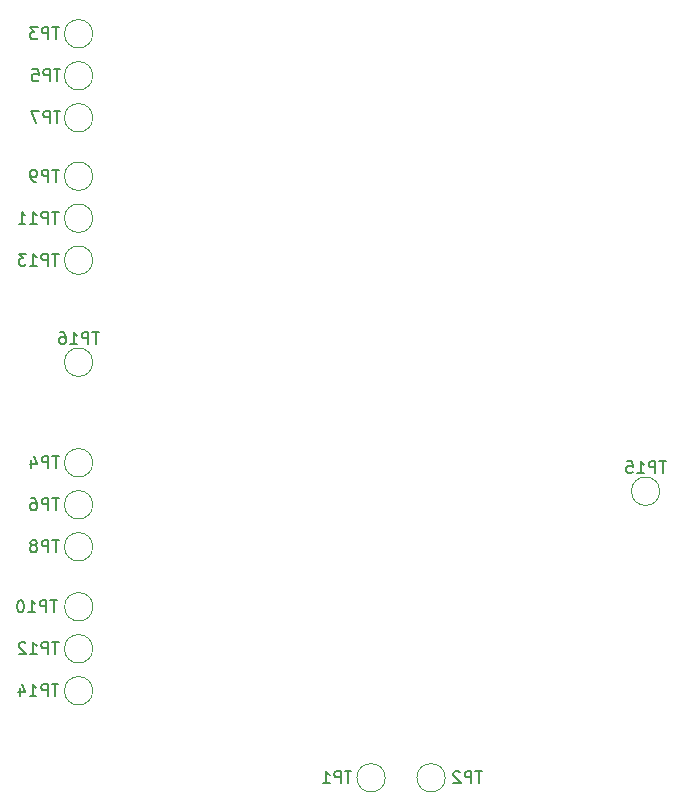
<source format=gbo>
G04 #@! TF.GenerationSoftware,KiCad,Pcbnew,6.0.10-86aedd382b~118~ubuntu18.04.1*
G04 #@! TF.CreationDate,2024-12-06T10:37:32-07:00*
G04 #@! TF.ProjectId,mss-cascade-adv,6d73732d-6361-4736-9361-64652d616476,rev?*
G04 #@! TF.SameCoordinates,Original*
G04 #@! TF.FileFunction,Legend,Bot*
G04 #@! TF.FilePolarity,Positive*
%FSLAX46Y46*%
G04 Gerber Fmt 4.6, Leading zero omitted, Abs format (unit mm)*
G04 Created by KiCad (PCBNEW 6.0.10-86aedd382b~118~ubuntu18.04.1) date 2024-12-06 10:37:32*
%MOMM*%
%LPD*%
G01*
G04 APERTURE LIST*
%ADD10C,0.150000*%
%ADD11C,0.120000*%
G04 APERTURE END LIST*
D10*
X29283095Y-180935380D02*
X28711666Y-180935380D01*
X28997380Y-181935380D02*
X28997380Y-180935380D01*
X28378333Y-181935380D02*
X28378333Y-180935380D01*
X27997380Y-180935380D01*
X27902142Y-180983000D01*
X27854523Y-181030619D01*
X27806904Y-181125857D01*
X27806904Y-181268714D01*
X27854523Y-181363952D01*
X27902142Y-181411571D01*
X27997380Y-181459190D01*
X28378333Y-181459190D01*
X26854523Y-181935380D02*
X27425952Y-181935380D01*
X27140238Y-181935380D02*
X27140238Y-180935380D01*
X27235476Y-181078238D01*
X27330714Y-181173476D01*
X27425952Y-181221095D01*
X25997380Y-181268714D02*
X25997380Y-181935380D01*
X26235476Y-180887761D02*
X26473571Y-181602047D01*
X25854523Y-181602047D01*
X29328904Y-161631380D02*
X28757476Y-161631380D01*
X29043190Y-162631380D02*
X29043190Y-161631380D01*
X28424142Y-162631380D02*
X28424142Y-161631380D01*
X28043190Y-161631380D01*
X27947952Y-161679000D01*
X27900333Y-161726619D01*
X27852714Y-161821857D01*
X27852714Y-161964714D01*
X27900333Y-162059952D01*
X27947952Y-162107571D01*
X28043190Y-162155190D01*
X28424142Y-162155190D01*
X26995571Y-161964714D02*
X26995571Y-162631380D01*
X27233666Y-161583761D02*
X27471761Y-162298047D01*
X26852714Y-162298047D01*
X29297095Y-140930380D02*
X28725666Y-140930380D01*
X29011380Y-141930380D02*
X29011380Y-140930380D01*
X28392333Y-141930380D02*
X28392333Y-140930380D01*
X28011380Y-140930380D01*
X27916142Y-140978000D01*
X27868523Y-141025619D01*
X27820904Y-141120857D01*
X27820904Y-141263714D01*
X27868523Y-141358952D01*
X27916142Y-141406571D01*
X28011380Y-141454190D01*
X28392333Y-141454190D01*
X26868523Y-141930380D02*
X27439952Y-141930380D01*
X27154238Y-141930380D02*
X27154238Y-140930380D01*
X27249476Y-141073238D01*
X27344714Y-141168476D01*
X27439952Y-141216095D01*
X25916142Y-141930380D02*
X26487571Y-141930380D01*
X26201857Y-141930380D02*
X26201857Y-140930380D01*
X26297095Y-141073238D01*
X26392333Y-141168476D01*
X26487571Y-141216095D01*
X29170095Y-173823380D02*
X28598666Y-173823380D01*
X28884380Y-174823380D02*
X28884380Y-173823380D01*
X28265333Y-174823380D02*
X28265333Y-173823380D01*
X27884380Y-173823380D01*
X27789142Y-173871000D01*
X27741523Y-173918619D01*
X27693904Y-174013857D01*
X27693904Y-174156714D01*
X27741523Y-174251952D01*
X27789142Y-174299571D01*
X27884380Y-174347190D01*
X28265333Y-174347190D01*
X26741523Y-174823380D02*
X27312952Y-174823380D01*
X27027238Y-174823380D02*
X27027238Y-173823380D01*
X27122476Y-173966238D01*
X27217714Y-174061476D01*
X27312952Y-174109095D01*
X26122476Y-173823380D02*
X26027238Y-173823380D01*
X25932000Y-173871000D01*
X25884380Y-173918619D01*
X25836761Y-174013857D01*
X25789142Y-174204333D01*
X25789142Y-174442428D01*
X25836761Y-174632904D01*
X25884380Y-174728142D01*
X25932000Y-174775761D01*
X26027238Y-174823380D01*
X26122476Y-174823380D01*
X26217714Y-174775761D01*
X26265333Y-174728142D01*
X26312952Y-174632904D01*
X26360571Y-174442428D01*
X26360571Y-174204333D01*
X26312952Y-174013857D01*
X26265333Y-173918619D01*
X26217714Y-173871000D01*
X26122476Y-173823380D01*
X65142904Y-188301380D02*
X64571476Y-188301380D01*
X64857190Y-189301380D02*
X64857190Y-188301380D01*
X64238142Y-189301380D02*
X64238142Y-188301380D01*
X63857190Y-188301380D01*
X63761952Y-188349000D01*
X63714333Y-188396619D01*
X63666714Y-188491857D01*
X63666714Y-188634714D01*
X63714333Y-188729952D01*
X63761952Y-188777571D01*
X63857190Y-188825190D01*
X64238142Y-188825190D01*
X63285761Y-188396619D02*
X63238142Y-188349000D01*
X63142904Y-188301380D01*
X62904809Y-188301380D01*
X62809571Y-188349000D01*
X62761952Y-188396619D01*
X62714333Y-188491857D01*
X62714333Y-188587095D01*
X62761952Y-188729952D01*
X63333380Y-189301380D01*
X62714333Y-189301380D01*
X29328904Y-125309380D02*
X28757476Y-125309380D01*
X29043190Y-126309380D02*
X29043190Y-125309380D01*
X28424142Y-126309380D02*
X28424142Y-125309380D01*
X28043190Y-125309380D01*
X27947952Y-125357000D01*
X27900333Y-125404619D01*
X27852714Y-125499857D01*
X27852714Y-125642714D01*
X27900333Y-125737952D01*
X27947952Y-125785571D01*
X28043190Y-125833190D01*
X28424142Y-125833190D01*
X27519380Y-125309380D02*
X26900333Y-125309380D01*
X27233666Y-125690333D01*
X27090809Y-125690333D01*
X26995571Y-125737952D01*
X26947952Y-125785571D01*
X26900333Y-125880809D01*
X26900333Y-126118904D01*
X26947952Y-126214142D01*
X26995571Y-126261761D01*
X27090809Y-126309380D01*
X27376523Y-126309380D01*
X27471761Y-126261761D01*
X27519380Y-126214142D01*
X32726095Y-151124380D02*
X32154666Y-151124380D01*
X32440380Y-152124380D02*
X32440380Y-151124380D01*
X31821333Y-152124380D02*
X31821333Y-151124380D01*
X31440380Y-151124380D01*
X31345142Y-151172000D01*
X31297523Y-151219619D01*
X31249904Y-151314857D01*
X31249904Y-151457714D01*
X31297523Y-151552952D01*
X31345142Y-151600571D01*
X31440380Y-151648190D01*
X31821333Y-151648190D01*
X30297523Y-152124380D02*
X30868952Y-152124380D01*
X30583238Y-152124380D02*
X30583238Y-151124380D01*
X30678476Y-151267238D01*
X30773714Y-151362476D01*
X30868952Y-151410095D01*
X29440380Y-151124380D02*
X29630857Y-151124380D01*
X29726095Y-151172000D01*
X29773714Y-151219619D01*
X29868952Y-151362476D01*
X29916571Y-151552952D01*
X29916571Y-151933904D01*
X29868952Y-152029142D01*
X29821333Y-152076761D01*
X29726095Y-152124380D01*
X29535619Y-152124380D01*
X29440380Y-152076761D01*
X29392761Y-152029142D01*
X29345142Y-151933904D01*
X29345142Y-151695809D01*
X29392761Y-151600571D01*
X29440380Y-151552952D01*
X29535619Y-151505333D01*
X29726095Y-151505333D01*
X29821333Y-151552952D01*
X29868952Y-151600571D01*
X29916571Y-151695809D01*
X29328904Y-165187380D02*
X28757476Y-165187380D01*
X29043190Y-166187380D02*
X29043190Y-165187380D01*
X28424142Y-166187380D02*
X28424142Y-165187380D01*
X28043190Y-165187380D01*
X27947952Y-165235000D01*
X27900333Y-165282619D01*
X27852714Y-165377857D01*
X27852714Y-165520714D01*
X27900333Y-165615952D01*
X27947952Y-165663571D01*
X28043190Y-165711190D01*
X28424142Y-165711190D01*
X26995571Y-165187380D02*
X27186047Y-165187380D01*
X27281285Y-165235000D01*
X27328904Y-165282619D01*
X27424142Y-165425476D01*
X27471761Y-165615952D01*
X27471761Y-165996904D01*
X27424142Y-166092142D01*
X27376523Y-166139761D01*
X27281285Y-166187380D01*
X27090809Y-166187380D01*
X26995571Y-166139761D01*
X26947952Y-166092142D01*
X26900333Y-165996904D01*
X26900333Y-165758809D01*
X26947952Y-165663571D01*
X26995571Y-165615952D01*
X27090809Y-165568333D01*
X27281285Y-165568333D01*
X27376523Y-165615952D01*
X27424142Y-165663571D01*
X27471761Y-165758809D01*
X80732095Y-162046380D02*
X80160666Y-162046380D01*
X80446380Y-163046380D02*
X80446380Y-162046380D01*
X79827333Y-163046380D02*
X79827333Y-162046380D01*
X79446380Y-162046380D01*
X79351142Y-162094000D01*
X79303523Y-162141619D01*
X79255904Y-162236857D01*
X79255904Y-162379714D01*
X79303523Y-162474952D01*
X79351142Y-162522571D01*
X79446380Y-162570190D01*
X79827333Y-162570190D01*
X78303523Y-163046380D02*
X78874952Y-163046380D01*
X78589238Y-163046380D02*
X78589238Y-162046380D01*
X78684476Y-162189238D01*
X78779714Y-162284476D01*
X78874952Y-162332095D01*
X77398761Y-162046380D02*
X77874952Y-162046380D01*
X77922571Y-162522571D01*
X77874952Y-162474952D01*
X77779714Y-162427333D01*
X77541619Y-162427333D01*
X77446380Y-162474952D01*
X77398761Y-162522571D01*
X77351142Y-162617809D01*
X77351142Y-162855904D01*
X77398761Y-162951142D01*
X77446380Y-162998761D01*
X77541619Y-163046380D01*
X77779714Y-163046380D01*
X77874952Y-162998761D01*
X77922571Y-162951142D01*
X29297095Y-144486380D02*
X28725666Y-144486380D01*
X29011380Y-145486380D02*
X29011380Y-144486380D01*
X28392333Y-145486380D02*
X28392333Y-144486380D01*
X28011380Y-144486380D01*
X27916142Y-144534000D01*
X27868523Y-144581619D01*
X27820904Y-144676857D01*
X27820904Y-144819714D01*
X27868523Y-144914952D01*
X27916142Y-144962571D01*
X28011380Y-145010190D01*
X28392333Y-145010190D01*
X26868523Y-145486380D02*
X27439952Y-145486380D01*
X27154238Y-145486380D02*
X27154238Y-144486380D01*
X27249476Y-144629238D01*
X27344714Y-144724476D01*
X27439952Y-144772095D01*
X26535190Y-144486380D02*
X25916142Y-144486380D01*
X26249476Y-144867333D01*
X26106619Y-144867333D01*
X26011380Y-144914952D01*
X25963761Y-144962571D01*
X25916142Y-145057809D01*
X25916142Y-145295904D01*
X25963761Y-145391142D01*
X26011380Y-145438761D01*
X26106619Y-145486380D01*
X26392333Y-145486380D01*
X26487571Y-145438761D01*
X26535190Y-145391142D01*
X29297095Y-177379380D02*
X28725666Y-177379380D01*
X29011380Y-178379380D02*
X29011380Y-177379380D01*
X28392333Y-178379380D02*
X28392333Y-177379380D01*
X28011380Y-177379380D01*
X27916142Y-177427000D01*
X27868523Y-177474619D01*
X27820904Y-177569857D01*
X27820904Y-177712714D01*
X27868523Y-177807952D01*
X27916142Y-177855571D01*
X28011380Y-177903190D01*
X28392333Y-177903190D01*
X26868523Y-178379380D02*
X27439952Y-178379380D01*
X27154238Y-178379380D02*
X27154238Y-177379380D01*
X27249476Y-177522238D01*
X27344714Y-177617476D01*
X27439952Y-177665095D01*
X26487571Y-177474619D02*
X26439952Y-177427000D01*
X26344714Y-177379380D01*
X26106619Y-177379380D01*
X26011380Y-177427000D01*
X25963761Y-177474619D01*
X25916142Y-177569857D01*
X25916142Y-177665095D01*
X25963761Y-177807952D01*
X26535190Y-178379380D01*
X25916142Y-178379380D01*
X29328904Y-168743380D02*
X28757476Y-168743380D01*
X29043190Y-169743380D02*
X29043190Y-168743380D01*
X28424142Y-169743380D02*
X28424142Y-168743380D01*
X28043190Y-168743380D01*
X27947952Y-168791000D01*
X27900333Y-168838619D01*
X27852714Y-168933857D01*
X27852714Y-169076714D01*
X27900333Y-169171952D01*
X27947952Y-169219571D01*
X28043190Y-169267190D01*
X28424142Y-169267190D01*
X27281285Y-169171952D02*
X27376523Y-169124333D01*
X27424142Y-169076714D01*
X27471761Y-168981476D01*
X27471761Y-168933857D01*
X27424142Y-168838619D01*
X27376523Y-168791000D01*
X27281285Y-168743380D01*
X27090809Y-168743380D01*
X26995571Y-168791000D01*
X26947952Y-168838619D01*
X26900333Y-168933857D01*
X26900333Y-168981476D01*
X26947952Y-169076714D01*
X26995571Y-169124333D01*
X27090809Y-169171952D01*
X27281285Y-169171952D01*
X27376523Y-169219571D01*
X27424142Y-169267190D01*
X27471761Y-169362428D01*
X27471761Y-169552904D01*
X27424142Y-169648142D01*
X27376523Y-169695761D01*
X27281285Y-169743380D01*
X27090809Y-169743380D01*
X26995571Y-169695761D01*
X26947952Y-169648142D01*
X26900333Y-169552904D01*
X26900333Y-169362428D01*
X26947952Y-169267190D01*
X26995571Y-169219571D01*
X27090809Y-169171952D01*
X29455904Y-132421380D02*
X28884476Y-132421380D01*
X29170190Y-133421380D02*
X29170190Y-132421380D01*
X28551142Y-133421380D02*
X28551142Y-132421380D01*
X28170190Y-132421380D01*
X28074952Y-132469000D01*
X28027333Y-132516619D01*
X27979714Y-132611857D01*
X27979714Y-132754714D01*
X28027333Y-132849952D01*
X28074952Y-132897571D01*
X28170190Y-132945190D01*
X28551142Y-132945190D01*
X27646380Y-132421380D02*
X26979714Y-132421380D01*
X27408285Y-133421380D01*
X29328904Y-137374380D02*
X28757476Y-137374380D01*
X29043190Y-138374380D02*
X29043190Y-137374380D01*
X28424142Y-138374380D02*
X28424142Y-137374380D01*
X28043190Y-137374380D01*
X27947952Y-137422000D01*
X27900333Y-137469619D01*
X27852714Y-137564857D01*
X27852714Y-137707714D01*
X27900333Y-137802952D01*
X27947952Y-137850571D01*
X28043190Y-137898190D01*
X28424142Y-137898190D01*
X27376523Y-138374380D02*
X27186047Y-138374380D01*
X27090809Y-138326761D01*
X27043190Y-138279142D01*
X26947952Y-138136285D01*
X26900333Y-137945809D01*
X26900333Y-137564857D01*
X26947952Y-137469619D01*
X26995571Y-137422000D01*
X27090809Y-137374380D01*
X27281285Y-137374380D01*
X27376523Y-137422000D01*
X27424142Y-137469619D01*
X27471761Y-137564857D01*
X27471761Y-137802952D01*
X27424142Y-137898190D01*
X27376523Y-137945809D01*
X27281285Y-137993428D01*
X27090809Y-137993428D01*
X26995571Y-137945809D01*
X26947952Y-137898190D01*
X26900333Y-137802952D01*
X29455904Y-128865380D02*
X28884476Y-128865380D01*
X29170190Y-129865380D02*
X29170190Y-128865380D01*
X28551142Y-129865380D02*
X28551142Y-128865380D01*
X28170190Y-128865380D01*
X28074952Y-128913000D01*
X28027333Y-128960619D01*
X27979714Y-129055857D01*
X27979714Y-129198714D01*
X28027333Y-129293952D01*
X28074952Y-129341571D01*
X28170190Y-129389190D01*
X28551142Y-129389190D01*
X27074952Y-128865380D02*
X27551142Y-128865380D01*
X27598761Y-129341571D01*
X27551142Y-129293952D01*
X27455904Y-129246333D01*
X27217809Y-129246333D01*
X27122571Y-129293952D01*
X27074952Y-129341571D01*
X27027333Y-129436809D01*
X27027333Y-129674904D01*
X27074952Y-129770142D01*
X27122571Y-129817761D01*
X27217809Y-129865380D01*
X27455904Y-129865380D01*
X27551142Y-129817761D01*
X27598761Y-129770142D01*
X54093904Y-188301380D02*
X53522476Y-188301380D01*
X53808190Y-189301380D02*
X53808190Y-188301380D01*
X53189142Y-189301380D02*
X53189142Y-188301380D01*
X52808190Y-188301380D01*
X52712952Y-188349000D01*
X52665333Y-188396619D01*
X52617714Y-188491857D01*
X52617714Y-188634714D01*
X52665333Y-188729952D01*
X52712952Y-188777571D01*
X52808190Y-188825190D01*
X53189142Y-188825190D01*
X51665333Y-189301380D02*
X52236761Y-189301380D01*
X51951047Y-189301380D02*
X51951047Y-188301380D01*
X52046285Y-188444238D01*
X52141523Y-188539476D01*
X52236761Y-188587095D01*
D11*
X32188000Y-181483000D02*
G75*
G03*
X32188000Y-181483000I-1200000J0D01*
G01*
X32188000Y-162179000D02*
G75*
G03*
X32188000Y-162179000I-1200000J0D01*
G01*
X32188000Y-141478000D02*
G75*
G03*
X32188000Y-141478000I-1200000J0D01*
G01*
X32202000Y-174371000D02*
G75*
G03*
X32202000Y-174371000I-1200000J0D01*
G01*
X62033000Y-188849000D02*
G75*
G03*
X62033000Y-188849000I-1200000J0D01*
G01*
X32188000Y-125857000D02*
G75*
G03*
X32188000Y-125857000I-1200000J0D01*
G01*
X32188000Y-153670000D02*
G75*
G03*
X32188000Y-153670000I-1200000J0D01*
G01*
X32188000Y-165735000D02*
G75*
G03*
X32188000Y-165735000I-1200000J0D01*
G01*
X80194000Y-164592000D02*
G75*
G03*
X80194000Y-164592000I-1200000J0D01*
G01*
X32188000Y-145034000D02*
G75*
G03*
X32188000Y-145034000I-1200000J0D01*
G01*
X32188000Y-177927000D02*
G75*
G03*
X32188000Y-177927000I-1200000J0D01*
G01*
X32188000Y-169291000D02*
G75*
G03*
X32188000Y-169291000I-1200000J0D01*
G01*
X32188000Y-132969000D02*
G75*
G03*
X32188000Y-132969000I-1200000J0D01*
G01*
X32188000Y-137922000D02*
G75*
G03*
X32188000Y-137922000I-1200000J0D01*
G01*
X32188000Y-129413000D02*
G75*
G03*
X32188000Y-129413000I-1200000J0D01*
G01*
X56953000Y-188849000D02*
G75*
G03*
X56953000Y-188849000I-1200000J0D01*
G01*
M02*

</source>
